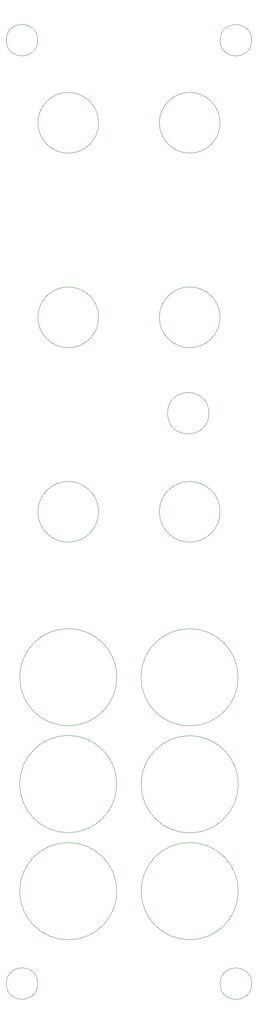
<source format=gbr>
G04 #@! TF.GenerationSoftware,KiCad,Pcbnew,(5.1.9)-1*
G04 #@! TF.CreationDate,2021-08-22T22:13:52+01:00*
G04 #@! TF.ProjectId,Simple Mixer Front Panel,53696d70-6c65-4204-9d69-786572204672,rev?*
G04 #@! TF.SameCoordinates,Original*
G04 #@! TF.FileFunction,Other,User*
%FSLAX46Y46*%
G04 Gerber Fmt 4.6, Leading zero omitted, Abs format (unit mm)*
G04 Created by KiCad (PCBNEW (5.1.9)-1) date 2021-08-22 22:13:52*
%MOMM*%
%LPD*%
G01*
G04 APERTURE LIST*
%ADD10C,0.050000*%
G04 APERTURE END LIST*
D10*
X57550000Y-87340000D02*
G75*
G03*
X57550000Y-87340000I-4250000J0D01*
G01*
X63600000Y-185610000D02*
G75*
G03*
X63600000Y-185610000I-10000000J0D01*
G01*
X22360000Y-204630000D02*
G75*
G03*
X22360000Y-204630000I-3250000J0D01*
G01*
X22360000Y-10630000D02*
G75*
G03*
X22360000Y-10630000I-3250000J0D01*
G01*
X59860000Y-107620000D02*
G75*
G03*
X59860000Y-107620000I-6250000J0D01*
G01*
X38610000Y-185630000D02*
G75*
G03*
X38610000Y-185630000I-10000000J0D01*
G01*
X66360000Y-10650000D02*
G75*
G03*
X66360000Y-10650000I-3250000J0D01*
G01*
X66360000Y-204650000D02*
G75*
G03*
X66360000Y-204650000I-3250000J0D01*
G01*
X59860000Y-67630000D02*
G75*
G03*
X59860000Y-67630000I-6250000J0D01*
G01*
X63600000Y-163650000D02*
G75*
G03*
X63600000Y-163650000I-10000000J0D01*
G01*
X34860000Y-107620000D02*
G75*
G03*
X34860000Y-107620000I-6250000J0D01*
G01*
X38600000Y-163600000D02*
G75*
G03*
X38600000Y-163600000I-10000000J0D01*
G01*
X34870000Y-67630000D02*
G75*
G03*
X34870000Y-67630000I-6250000J0D01*
G01*
X63570000Y-141650000D02*
G75*
G03*
X63570000Y-141650000I-10000000J0D01*
G01*
X59860000Y-27620000D02*
G75*
G03*
X59860000Y-27620000I-6250000J0D01*
G01*
X38620000Y-141630000D02*
G75*
G03*
X38620000Y-141630000I-10000000J0D01*
G01*
X34870000Y-27630000D02*
G75*
G03*
X34870000Y-27630000I-6250000J0D01*
G01*
M02*

</source>
